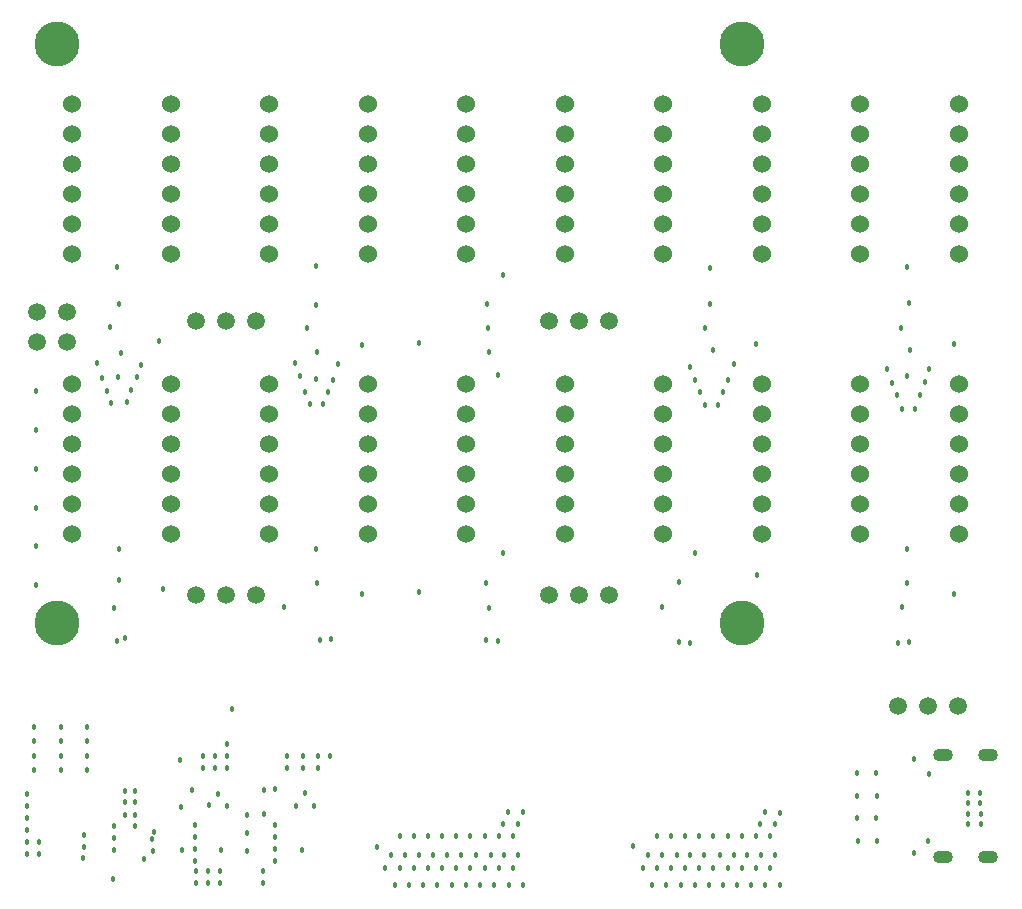
<source format=gbr>
%TF.GenerationSoftware,KiCad,Pcbnew,8.0.3*%
%TF.CreationDate,2024-12-13T11:26:27+05:30*%
%TF.ProjectId,GPIO HAT 2,4750494f-2048-4415-9420-322e6b696361,rev?*%
%TF.SameCoordinates,Original*%
%TF.FileFunction,Copper,L2,Inr*%
%TF.FilePolarity,Positive*%
%FSLAX46Y46*%
G04 Gerber Fmt 4.6, Leading zero omitted, Abs format (unit mm)*
G04 Created by KiCad (PCBNEW 8.0.3) date 2024-12-13 11:26:27*
%MOMM*%
%LPD*%
G01*
G04 APERTURE LIST*
%TA.AperFunction,ComponentPad*%
%ADD10C,1.524000*%
%TD*%
%TA.AperFunction,ComponentPad*%
%ADD11C,1.500000*%
%TD*%
%TA.AperFunction,ComponentPad*%
%ADD12C,3.810000*%
%TD*%
%TA.AperFunction,ComponentPad*%
%ADD13O,1.700000X1.100000*%
%TD*%
%TA.AperFunction,ViaPad*%
%ADD14C,0.456997*%
%TD*%
%TA.AperFunction,ViaPad*%
%ADD15C,0.457000*%
%TD*%
G04 APERTURE END LIST*
D10*
%TO.N,VCCB_5*%
%TO.C,J17*%
X227380304Y-70256400D03*
%TO.N,GND*%
X227380304Y-72796400D03*
%TO.N,/GPIOB__TXP09*%
X227380304Y-75336400D03*
%TO.N,/GPIOB__TXN09*%
X227380304Y-77876400D03*
%TO.N,/GPIOB__TXN10*%
X227380304Y-80416400D03*
%TO.N,/GPIOB__TXP10*%
X227380304Y-82956400D03*
%TD*%
D11*
%TO.N,3.3V*%
%TO.C,JM2*%
X171094400Y-88595200D03*
%TO.N,VCCB_2*%
X173634400Y-88595200D03*
%TO.N,1.8V*%
X176174400Y-88595200D03*
%TD*%
D10*
%TO.N,VCCB_2*%
%TO.C,J7*%
X177325376Y-70256400D03*
%TO.N,GND*%
X177325376Y-72796400D03*
%TO.N,/GPIOT__RXP15*%
X177325376Y-75336400D03*
%TO.N,/GPIOT__RXN15*%
X177325376Y-77876400D03*
%TO.N,/GPIOT__RXP16*%
X177325376Y-80416400D03*
%TO.N,/GPIOT__RXN16*%
X177325376Y-82956400D03*
%TD*%
%TO.N,VCCB_1*%
%TO.C,J1*%
X160640400Y-93929200D03*
%TO.N,GND*%
X160640400Y-96469200D03*
%TO.N,/GPIOT__RXP03*%
X160640400Y-99009200D03*
%TO.N,/GPIOT__RXN03*%
X160640400Y-101549200D03*
%TO.N,/GPIOT__RXP08*%
X160640400Y-104089200D03*
%TO.N,/GPIOT__RXN08*%
X160640400Y-106629200D03*
%TD*%
%TO.N,VCCB_5*%
%TO.C,J19*%
X227380304Y-93929200D03*
%TO.N,GND*%
X227380304Y-96469200D03*
%TO.N,/GPIOB__TXN17*%
X227380304Y-99009200D03*
%TO.N,/GPIOB__TXP17*%
X227380304Y-101549200D03*
%TO.N,/GPIOB__TXN16*%
X227380304Y-104089200D03*
%TO.N,/GPIOB__TXP16*%
X227380304Y-106629200D03*
%TD*%
D12*
%TO.N,*%
%TO.C,REF\u002A\u002A*%
X217347800Y-65176400D03*
%TD*%
%TO.N,*%
%TO.C,REF\u002A\u002A*%
X159385000Y-114198400D03*
%TD*%
D10*
%TO.N,VCCB_4*%
%TO.C,J14*%
X219037816Y-70256400D03*
%TO.N,GND*%
X219037816Y-72796400D03*
%TO.N,/GPIOB__TXP04*%
X219037816Y-75336400D03*
%TO.N,/GPIOB__TXN04*%
X219037816Y-77876400D03*
%TO.N,/GPIOB__TXN06*%
X219037816Y-80416400D03*
%TO.N,/GPIOB__TXP06*%
X219037816Y-82956400D03*
%TD*%
%TO.N,VCCB_2*%
%TO.C,J4*%
X168982888Y-70256400D03*
%TO.N,GND*%
X168982888Y-72796400D03*
%TO.N,/GPIOT__RXP05*%
X168982888Y-75336400D03*
%TO.N,/GPIOT__RXN05*%
X168982888Y-77876400D03*
%TO.N,/GPIOT__RXN20*%
X168982888Y-80416400D03*
%TO.N,/GPIOT__RXP20*%
X168982888Y-82956400D03*
%TD*%
%TO.N,VCCB_4*%
%TO.C,J11*%
X194010352Y-70256400D03*
%TO.N,GND*%
X194010352Y-72796400D03*
%TO.N,/GPIOB__TXN13*%
X194010352Y-75336400D03*
%TO.N,/GPIOB__TXP13*%
X194010352Y-77876400D03*
%TO.N,/GPIOB__TXN02*%
X194010352Y-80416400D03*
%TO.N,/GPIOB__TXP02*%
X194010352Y-82956400D03*
%TD*%
D12*
%TO.N,*%
%TO.C,REF\u002A\u002A*%
X217347800Y-114198400D03*
%TD*%
D10*
%TO.N,VCCB_5*%
%TO.C,J18*%
X235722800Y-70256400D03*
%TO.N,GND*%
X235722800Y-72796400D03*
%TO.N,/GPIOB__TXN18*%
X235722800Y-75336400D03*
%TO.N,/GPIOB__TXP18*%
X235722800Y-77876400D03*
%TO.N,/GPIOB__TXP12*%
X235722800Y-80416400D03*
%TO.N,/GPIOB__TXN12*%
X235722800Y-82956400D03*
%TD*%
D11*
%TO.N,VCC5V*%
%TO.C,J23*%
X157683200Y-87833200D03*
%TO.N,GND*%
X160223200Y-87833200D03*
%TO.N,VCC5V*%
X157683200Y-90373200D03*
%TO.N,GND*%
X160223200Y-90373200D03*
%TD*%
%TO.N,3.3V*%
%TO.C,JM5*%
X230555800Y-121234200D03*
%TO.N,VCCB_5*%
X233095800Y-121234200D03*
%TO.N,1.8V*%
X235635800Y-121234200D03*
%TD*%
D10*
%TO.N,VCCB_3*%
%TO.C,J10*%
X202352840Y-93929200D03*
%TO.N,GND*%
X202352840Y-96469200D03*
%TO.N,/GPIOT__RXP11*%
X202352840Y-99009200D03*
%TO.N,/GPIOT__RXN11*%
X202352840Y-101549200D03*
%TO.N,/GPIOT__RXN13*%
X202352840Y-104089200D03*
%TO.N,/GPIOT__RXP13*%
X202352840Y-106629200D03*
%TD*%
%TO.N,VCCB_1*%
%TO.C,J6*%
X185667864Y-93929200D03*
%TO.N,GND*%
X185667864Y-96469200D03*
%TO.N,/GPIOT__RXP04*%
X185667864Y-99009200D03*
%TO.N,/GPIOT__RXN04*%
X185667864Y-101549200D03*
%TO.N,/GPIOT__RXP07*%
X185667864Y-104089200D03*
%TO.N,/GPIOT__RXN07*%
X185667864Y-106629200D03*
%TD*%
%TO.N,VCCB_5*%
%TO.C,J20*%
X235722800Y-93929200D03*
%TO.N,GND*%
X235722800Y-96469200D03*
%TO.N,/GPIOB__TXN14*%
X235722800Y-99009200D03*
%TO.N,/GPIOB__TXP14*%
X235722800Y-101549200D03*
%TO.N,/GPIOB__TXN19*%
X235722800Y-104089200D03*
%TO.N,/GPIOB__TXP19*%
X235722800Y-106629200D03*
%TD*%
D12*
%TO.N,*%
%TO.C,REF\u002A\u002A*%
X159385000Y-65176400D03*
%TD*%
D10*
%TO.N,VCCB_2*%
%TO.C,J8*%
X185667864Y-70256400D03*
%TO.N,GND*%
X185667864Y-72796400D03*
%TO.N,/GPIOT__RXP09*%
X185667864Y-75336400D03*
%TO.N,/GPIOT__RXN09*%
X185667864Y-77876400D03*
%TO.N,/GPIOT__RXN17*%
X185667864Y-80416400D03*
%TO.N,/GPIOT__RXP17*%
X185667864Y-82956400D03*
%TD*%
D11*
%TO.N,3.3V*%
%TO.C,JM1*%
X171094400Y-111836200D03*
%TO.N,VCCB_1*%
X173634400Y-111836200D03*
%TO.N,1.8V*%
X176174400Y-111836200D03*
%TD*%
D10*
%TO.N,VCCB_4*%
%TO.C,J13*%
X210695328Y-70256400D03*
%TO.N,GND*%
X210695328Y-72796400D03*
%TO.N,/GPIOB__TXN05*%
X210695328Y-75336400D03*
%TO.N,/GPIOB__TXP05*%
X210695328Y-77876400D03*
%TO.N,/GPIOB__TXP03*%
X210695328Y-80416400D03*
%TO.N,/GPIOB__TXN03*%
X210695328Y-82956400D03*
%TD*%
%TO.N,VCCB_3*%
%TO.C,J16*%
X219037816Y-93929200D03*
%TO.N,GND*%
X219037816Y-96469200D03*
%TO.N,/GPIOB__TXN11*%
X219037816Y-99009200D03*
%TO.N,/GPIOB__TXP11*%
X219037816Y-101549200D03*
%TO.N,/GPIOB__TXP15*%
X219037816Y-104089200D03*
%TO.N,/GPIOB__TXN15*%
X219037816Y-106629200D03*
%TD*%
%TO.N,VCCB_1*%
%TO.C,J2*%
X168982888Y-93929200D03*
%TO.N,GND*%
X168982888Y-96469200D03*
%TO.N,/GPIOT__RXN21*%
X168982888Y-99009200D03*
%TO.N,/GPIOT__RXP21*%
X168982888Y-101549200D03*
%TO.N,/GPIOT__RXP18*%
X168982888Y-104089200D03*
%TO.N,/GPIOT__RXN18*%
X168982888Y-106629200D03*
%TD*%
D13*
%TO.N,GND*%
%TO.C,J24*%
X234359600Y-134018400D03*
X238159600Y-134018400D03*
X234359600Y-125378400D03*
X238159600Y-125378400D03*
%TD*%
D10*
%TO.N,VCCB_2*%
%TO.C,J3*%
X160640400Y-70256400D03*
%TO.N,GND*%
X160640400Y-72796400D03*
%TO.N,/GPIOT__RXP06*%
X160640400Y-75336400D03*
%TO.N,/GPIOT__RXN06*%
X160640400Y-77876400D03*
%TO.N,/GPIOT__RXN01*%
X160640400Y-80416400D03*
%TO.N,/GPIOT__RXP01*%
X160640400Y-82956400D03*
%TD*%
%TO.N,VCCB_3*%
%TO.C,J9*%
X194010352Y-93929200D03*
%TO.N,GND*%
X194010352Y-96469200D03*
%TO.N,/GPIOT__RXP12*%
X194010352Y-99009200D03*
%TO.N,/GPIOT__RXN12*%
X194010352Y-101549200D03*
%TO.N,/GPIOT__RXP14*%
X194010352Y-104089200D03*
%TO.N,/GPIOT__RXN14*%
X194010352Y-106629200D03*
%TD*%
%TO.N,VCCB_3*%
%TO.C,J15*%
X210695328Y-93929200D03*
%TO.N,GND*%
X210695328Y-96469200D03*
%TO.N,/GPIOB__TXN08*%
X210695328Y-99009200D03*
%TO.N,/GPIOB__TXP08*%
X210695328Y-101549200D03*
%TO.N,/GPIOB__TXP07*%
X210695328Y-104089200D03*
%TO.N,/GPIOB__TXN07*%
X210695328Y-106629200D03*
%TD*%
%TO.N,VCCB_1*%
%TO.C,J5*%
X177325376Y-93929200D03*
%TO.N,GND*%
X177325376Y-96469200D03*
%TO.N,/GPIOT__RXP19*%
X177325376Y-99009200D03*
%TO.N,/GPIOT__RXN19*%
X177325376Y-101549200D03*
%TO.N,/GPIOT__RXP02*%
X177325376Y-104089200D03*
%TO.N,/GPIOT__RXN02*%
X177325376Y-106629200D03*
%TD*%
D11*
%TO.N,3.3V*%
%TO.C,JM3*%
X201015600Y-111836200D03*
%TO.N,VCCB_3*%
X203555600Y-111836200D03*
%TO.N,1.8V*%
X206095600Y-111836200D03*
%TD*%
%TO.N,3.3V*%
%TO.C,JM4*%
X201015600Y-88595200D03*
%TO.N,VCCB_4*%
X203555600Y-88595200D03*
%TO.N,1.8V*%
X206095600Y-88595200D03*
%TD*%
D10*
%TO.N,VCCB_4*%
%TO.C,J12*%
X202352840Y-70256400D03*
%TO.N,GND*%
X202352840Y-72796400D03*
%TO.N,/GPIOB__TXN00*%
X202352840Y-75336400D03*
%TO.N,/GPIOB__TXP00*%
X202352840Y-77876400D03*
%TO.N,/GPIOB__TXN01*%
X202352840Y-80416400D03*
%TO.N,/GPIOB__TXP01*%
X202352840Y-82956400D03*
%TD*%
D14*
%TO.N,GND*%
X227126800Y-126923800D03*
X227175016Y-132638800D03*
X227079956Y-130733800D03*
X227050600Y-128828800D03*
X228803200Y-132638800D03*
X228727000Y-130733800D03*
X228777800Y-128828800D03*
X228701600Y-126923800D03*
X233197400Y-126974600D03*
X231876600Y-125679200D03*
X231927400Y-133654800D03*
X233095800Y-132638800D03*
%TO.N,5V_1*%
X237591600Y-131216400D03*
X236524800Y-131216400D03*
X237591600Y-130403600D03*
X236524800Y-130403600D03*
X237540800Y-129463800D03*
X236524800Y-129463800D03*
X237490000Y-128549400D03*
X236499400Y-128549400D03*
%TO.N,GND*%
X161874200Y-126644400D03*
X161899600Y-122986800D03*
X161874200Y-124206000D03*
X161874200Y-125425200D03*
X159664400Y-126644400D03*
X159664400Y-122986800D03*
X159664400Y-124206000D03*
X159664400Y-125425200D03*
%TO.N,5V*%
X170809040Y-128312010D03*
X172161200Y-136169400D03*
X175437800Y-133477000D03*
X177850800Y-128270000D03*
X172161200Y-135153400D03*
X175437800Y-130479800D03*
X173177200Y-136169400D03*
X171145200Y-135153400D03*
X173177200Y-135153400D03*
X175463200Y-131978400D03*
X171145200Y-136169400D03*
%TO.N,3.3V*%
X190042800Y-111607600D03*
X168300400Y-111353600D03*
X231495600Y-115824000D03*
X164769800Y-91313000D03*
X173770800Y-125495395D03*
X235331000Y-90576400D03*
X218643200Y-110134400D03*
X185166000Y-111709200D03*
X173770800Y-124479395D03*
X235313800Y-111755300D03*
X196672200Y-115722400D03*
X182549800Y-115570000D03*
X185191400Y-90627200D03*
X214884000Y-91059000D03*
X172754800Y-125495395D03*
X218541600Y-90601800D03*
X181406800Y-91236800D03*
X171738800Y-125495395D03*
X165100000Y-115468400D03*
X212928200Y-115925600D03*
X167970200Y-90297000D03*
X195935600Y-91236800D03*
X172754800Y-126511395D03*
X173770800Y-126511395D03*
X231546400Y-91084400D03*
X190042800Y-90500200D03*
X171738800Y-126511395D03*
%TO.N,1.8V*%
X178866800Y-125497180D03*
X178866800Y-126513180D03*
X180187600Y-126513180D03*
X181457600Y-125497180D03*
X180187600Y-125497180D03*
X181457600Y-126513180D03*
%TO.N,VCCB_1*%
X181330600Y-110769400D03*
X164566600Y-110566200D03*
%TO.N,GND*%
X217347800Y-132232400D03*
X194360800Y-132232400D03*
X178612800Y-112852200D03*
X212547200Y-132232400D03*
X180365400Y-128621380D03*
X191566800Y-136347200D03*
X174142400Y-121513600D03*
X214223600Y-89179400D03*
X181305200Y-107899200D03*
X171027600Y-131337395D03*
X163830000Y-89154000D03*
X195173600Y-136347200D03*
X156819600Y-133756400D03*
X176834800Y-136169400D03*
X211353400Y-132232400D03*
X215747600Y-136347200D03*
X195808600Y-89230200D03*
X173755440Y-129658210D03*
X171027600Y-134385395D03*
X169951400Y-133426200D03*
X156819600Y-132740400D03*
X230568500Y-115887500D03*
X157403800Y-125425200D03*
X209753200Y-136347200D03*
X182499000Y-125450600D03*
X156819600Y-128676400D03*
X196342000Y-136347200D03*
X164566600Y-107899200D03*
X181305200Y-93497400D03*
X230860600Y-112877600D03*
X210540600Y-112877600D03*
X171027600Y-132353395D03*
X172231440Y-129632810D03*
X190754000Y-132232400D03*
X164490400Y-93370400D03*
X177850800Y-133371180D03*
X193954400Y-136347200D03*
X198780400Y-136347200D03*
X218541600Y-132232400D03*
X157429200Y-122986800D03*
X220573600Y-136347200D03*
X214934800Y-132232400D03*
X191973200Y-132232400D03*
X214528400Y-136347200D03*
X157403800Y-124206000D03*
X173024800Y-128651000D03*
X189153800Y-136347200D03*
X173262800Y-133420195D03*
X208127600Y-133070600D03*
X157403800Y-126644400D03*
X193167000Y-132232400D03*
X197586600Y-136347200D03*
X210947000Y-136347200D03*
X213360000Y-136347200D03*
X190373000Y-136347200D03*
X169824400Y-129768600D03*
X216941400Y-136347200D03*
X219329000Y-136347200D03*
X164211000Y-112903000D03*
X231292400Y-93268800D03*
X218135200Y-136347200D03*
X187960000Y-136347200D03*
X180136800Y-133396580D03*
X213741000Y-132232400D03*
X157835600Y-133781800D03*
X216154000Y-132232400D03*
X167513000Y-133477000D03*
X197154800Y-84734400D03*
X231292400Y-84048600D03*
X156819600Y-131724400D03*
X180517800Y-89179400D03*
X196672200Y-93218000D03*
X177850800Y-134387180D03*
X219735400Y-132232400D03*
X176885600Y-128346200D03*
X231292400Y-107899200D03*
X181610000Y-115646200D03*
X176885600Y-130352800D03*
X181305200Y-83972400D03*
X195910200Y-112903000D03*
X166700200Y-134213600D03*
X196773800Y-132232400D03*
X177850800Y-131339180D03*
X157835600Y-132740400D03*
X179578000Y-129659995D03*
X210134200Y-132232400D03*
X214655400Y-84099400D03*
X188366400Y-132232400D03*
X213410800Y-108305600D03*
X181127400Y-129659995D03*
X230809800Y-89204800D03*
X197154800Y-108305600D03*
X156819600Y-130708400D03*
X189560200Y-132232400D03*
X169799000Y-125806200D03*
X186436000Y-133121400D03*
X192760600Y-136347200D03*
X177850800Y-132355180D03*
X197967600Y-132232400D03*
X195681600Y-115646200D03*
X156819600Y-129692400D03*
X211988400Y-115824000D03*
X171027600Y-133369395D03*
X164465000Y-84074000D03*
X176834800Y-135153400D03*
X164134800Y-135890000D03*
X164477700Y-115735100D03*
X212166200Y-136347200D03*
X195554600Y-132232400D03*
%TO.N,VCCB_2*%
X164592000Y-87172800D03*
X181279800Y-87274400D03*
%TO.N,VCCB_3*%
X211988400Y-110744000D03*
X195656200Y-110769400D03*
%TO.N,VCCB_4*%
X214630000Y-87172800D03*
X195732400Y-87172800D03*
%TO.N,VCCB_5*%
X231292400Y-110794800D03*
X231495600Y-87071200D03*
D15*
%TO.N,/GPIOT_RXP05*%
X165303200Y-95504000D03*
D14*
%TO.N,/GPIOT_RXP03*%
X187166400Y-134970102D03*
%TO.N,/GPIOT_RXP21*%
X189992000Y-133832600D03*
%TO.N,/GPIOT_RXP02*%
X193167000Y-134970102D03*
%TO.N,/GPIOT_RXP08*%
X188366400Y-134970102D03*
%TO.N,/GPIOT_RXN04*%
X194818000Y-133832600D03*
%TO.N,/GPIOT_RXN18*%
X191211200Y-133832600D03*
D15*
%TO.N,/GPIOT_RXP06*%
X162775900Y-92163900D03*
%TO.N,/GPIOT_RXN17*%
X182716766Y-93591335D03*
D14*
%TO.N,/GPIOT_RXN03*%
X187604400Y-133832600D03*
D15*
%TO.N,/GPIOT_RXN01*%
X163550600Y-94513400D03*
D14*
%TO.N,/GPIOT_RXP14*%
X198348600Y-131241800D03*
%TO.N,/GPIOT_RXN21*%
X189560200Y-134970102D03*
%TO.N,/GPIOT_RXP18*%
X190767844Y-134970102D03*
%TO.N,/GPIOT_RXN12*%
X197561200Y-130175000D03*
%TO.N,/GPIOT_RXN08*%
X188798200Y-133832600D03*
D15*
%TO.N,/GPIOT_RXP17*%
X183152745Y-92259455D03*
%TO.N,/GPIOT_RXP20*%
X166446200Y-92329000D03*
%TO.N,/GPIOT_RXN06*%
X163144200Y-93446600D03*
D14*
%TO.N,/GPIOT_RXN14*%
X198780400Y-130225800D03*
D15*
%TO.N,/GPIOT_RXP09*%
X181885366Y-95681800D03*
D14*
%TO.N,/GPIOT_RXP13*%
X197967600Y-134970102D03*
D15*
%TO.N,/GPIOT_RXN05*%
X165633400Y-94437200D03*
D14*
%TO.N,/GPIOT_RXN02*%
X193598800Y-133832600D03*
D15*
%TO.N,/GPIOT_RXN09*%
X182316766Y-94607335D03*
%TO.N,/GPIOT_RXN16*%
X180767766Y-95681800D03*
D14*
%TO.N,/GPIOT_RXP07*%
X195554600Y-134970102D03*
%TO.N,/GPIOT_RXN19*%
X192405000Y-133832600D03*
D15*
%TO.N,/GPIOT_RXP16*%
X180316096Y-94607335D03*
%TO.N,/GPIOT_RXP15*%
X179496200Y-92176600D03*
%TO.N,/GPIOT_RXN20*%
X166116000Y-93395800D03*
%TO.N,/GPIOT_RXN15*%
X179916096Y-93319600D03*
D14*
%TO.N,/GPIOT_RXN11*%
X197205600Y-133832600D03*
%TO.N,/GPIOT_RXP12*%
X197154800Y-131241800D03*
%TO.N,/GPIOT_RXP19*%
X191947800Y-134970102D03*
%TO.N,/GPIOT_RXN07*%
X196062600Y-133832600D03*
%TO.N,/GPIOT_RXN13*%
X198424800Y-133832600D03*
%TO.N,/GPIOT_RXP04*%
X194360800Y-134970102D03*
D15*
%TO.N,/GPIOT_RXP01*%
X163957000Y-95580200D03*
D14*
%TO.N,/GPIOT_RXP11*%
X196766400Y-134970102D03*
D15*
%TO.N,/GPIOB_TXN06*%
X216160670Y-93615000D03*
D14*
%TO.N,/GPIOB_TXP01*%
X212979000Y-133832600D03*
%TO.N,/GPIOB_TXP19*%
X219735400Y-134970102D03*
D15*
%TO.N,/GPIOB_TXP06*%
X216636600Y-92303600D03*
%TO.N,/GPIOB_TXP09*%
X229590600Y-92684600D03*
%TO.N,/GPIOB_TXP05*%
X213360000Y-93615000D03*
D14*
%TO.N,/GPIOB_TXN13*%
X208940400Y-134970102D03*
%TO.N,/GPIOB_TXP17*%
X219300000Y-130200000D03*
D15*
%TO.N,/GPIOB_TXP03*%
X213769870Y-94631000D03*
D14*
%TO.N,/GPIOB_TXN16*%
X220141800Y-131241800D03*
%TO.N,/GPIOB_TXP13*%
X209397600Y-133832600D03*
%TO.N,/GPIOB_TXN00*%
X211328000Y-134970102D03*
%TO.N,/GPIOB_TXN15*%
X217779600Y-133832600D03*
D15*
%TO.N,/GPIOB_TXN03*%
X214223600Y-95732600D03*
%TO.N,/GPIOB_TXN04*%
X215760670Y-94631000D03*
D14*
%TO.N,/GPIOB_TXN02*%
X210134200Y-134970102D03*
%TO.N,/GPIOB_TXP16*%
X220599000Y-130251200D03*
%TO.N,/GPIOB_TXP11*%
X216687400Y-133832600D03*
%TO.N,/GPIOB_TXN11*%
X216140234Y-134970102D03*
%TO.N,/GPIOB_TXP00*%
X211886800Y-133832600D03*
%TO.N,/GPIOB_TXN08*%
X213715600Y-134970102D03*
D15*
%TO.N,/GPIOB_TXP04*%
X215341200Y-95732600D03*
%TO.N,/GPIOB_TXP10*%
X230886000Y-96113600D03*
D14*
%TO.N,/GPIOB_TXN17*%
X218900000Y-131241800D03*
%TO.N,/GPIOB_TXP02*%
X210566000Y-133832600D03*
D15*
%TO.N,/GPIOB_TXN05*%
X212922200Y-92532200D03*
D14*
%TO.N,/GPIOB_TXP15*%
X217347800Y-134970102D03*
%TO.N,/GPIOB_TXP14*%
X218973400Y-133832600D03*
%TO.N,/GPIOB_TXN19*%
X220167200Y-133832600D03*
%TO.N,/GPIOB_TXP07*%
X214934800Y-134970102D03*
D15*
%TO.N,/GPIOB_TXN12*%
X233197400Y-92659200D03*
D14*
%TO.N,/GPIOB_TXP08*%
X214172800Y-133832600D03*
D15*
%TO.N,/GPIOB_TXN18*%
X231978200Y-96088200D03*
%TO.N,/GPIOB_TXP18*%
X232435400Y-94869000D03*
%TO.N,/GPIOB_TXP12*%
X232816400Y-93751400D03*
%TO.N,/GPIOB_TXN09*%
X230022400Y-93853000D03*
D14*
%TO.N,/GPIOB_TXN14*%
X218535872Y-134970102D03*
D15*
%TO.N,/GPIOB_TXN10*%
X230454200Y-94919800D03*
D14*
%TO.N,/GPIOB_TXN01*%
X212547200Y-134970102D03*
%TO.N,/GPIOB_TXN07*%
X215493600Y-133832600D03*
%TO.N,VCC5V*%
X157607000Y-107716320D03*
X157607000Y-110998000D03*
X157607000Y-94589600D03*
X157607000Y-101152960D03*
X164185600Y-131343400D03*
X157607000Y-104434640D03*
X157607000Y-97871280D03*
X164185600Y-133375400D03*
X164185600Y-132359400D03*
%TO.N,/NETR20_2*%
X167563800Y-131927600D03*
%TO.N,5V_1*%
X161594800Y-134061200D03*
X161620200Y-133121400D03*
X165100000Y-128397000D03*
X165963600Y-128397000D03*
X165100000Y-129387600D03*
X165963600Y-130429000D03*
X167360600Y-132486400D03*
X161620200Y-132105400D03*
X165100000Y-130429000D03*
X165938200Y-131343400D03*
X165963600Y-129387600D03*
%TD*%
M02*

</source>
